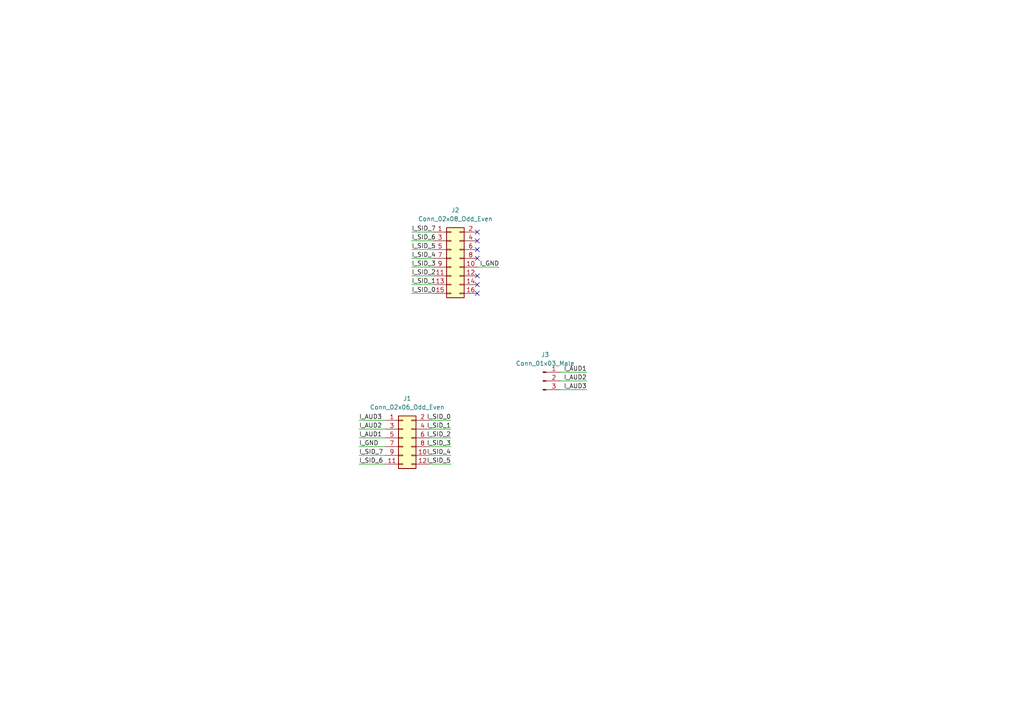
<source format=kicad_sch>
(kicad_sch (version 20211123) (generator eeschema)

  (uuid 2440ef30-991e-4d87-9075-bf5df3258c7c)

  (paper "A4")

  (lib_symbols
    (symbol "Connector:Conn_01x03_Male" (pin_names (offset 1.016) hide) (in_bom yes) (on_board yes)
      (property "Reference" "J" (id 0) (at 0 5.08 0)
        (effects (font (size 1.27 1.27)))
      )
      (property "Value" "Conn_01x03_Male" (id 1) (at 0 -5.08 0)
        (effects (font (size 1.27 1.27)))
      )
      (property "Footprint" "" (id 2) (at 0 0 0)
        (effects (font (size 1.27 1.27)) hide)
      )
      (property "Datasheet" "~" (id 3) (at 0 0 0)
        (effects (font (size 1.27 1.27)) hide)
      )
      (property "ki_keywords" "connector" (id 4) (at 0 0 0)
        (effects (font (size 1.27 1.27)) hide)
      )
      (property "ki_description" "Generic connector, single row, 01x03, script generated (kicad-library-utils/schlib/autogen/connector/)" (id 5) (at 0 0 0)
        (effects (font (size 1.27 1.27)) hide)
      )
      (property "ki_fp_filters" "Connector*:*_1x??_*" (id 6) (at 0 0 0)
        (effects (font (size 1.27 1.27)) hide)
      )
      (symbol "Conn_01x03_Male_1_1"
        (polyline
          (pts
            (xy 1.27 -2.54)
            (xy 0.8636 -2.54)
          )
          (stroke (width 0.1524) (type default) (color 0 0 0 0))
          (fill (type none))
        )
        (polyline
          (pts
            (xy 1.27 0)
            (xy 0.8636 0)
          )
          (stroke (width 0.1524) (type default) (color 0 0 0 0))
          (fill (type none))
        )
        (polyline
          (pts
            (xy 1.27 2.54)
            (xy 0.8636 2.54)
          )
          (stroke (width 0.1524) (type default) (color 0 0 0 0))
          (fill (type none))
        )
        (rectangle (start 0.8636 -2.413) (end 0 -2.667)
          (stroke (width 0.1524) (type default) (color 0 0 0 0))
          (fill (type outline))
        )
        (rectangle (start 0.8636 0.127) (end 0 -0.127)
          (stroke (width 0.1524) (type default) (color 0 0 0 0))
          (fill (type outline))
        )
        (rectangle (start 0.8636 2.667) (end 0 2.413)
          (stroke (width 0.1524) (type default) (color 0 0 0 0))
          (fill (type outline))
        )
        (pin passive line (at 5.08 2.54 180) (length 3.81)
          (name "Pin_1" (effects (font (size 1.27 1.27))))
          (number "1" (effects (font (size 1.27 1.27))))
        )
        (pin passive line (at 5.08 0 180) (length 3.81)
          (name "Pin_2" (effects (font (size 1.27 1.27))))
          (number "2" (effects (font (size 1.27 1.27))))
        )
        (pin passive line (at 5.08 -2.54 180) (length 3.81)
          (name "Pin_3" (effects (font (size 1.27 1.27))))
          (number "3" (effects (font (size 1.27 1.27))))
        )
      )
    )
    (symbol "Connector_Generic:Conn_02x06_Odd_Even" (pin_names (offset 1.016) hide) (in_bom yes) (on_board yes)
      (property "Reference" "J" (id 0) (at 1.27 7.62 0)
        (effects (font (size 1.27 1.27)))
      )
      (property "Value" "Conn_02x06_Odd_Even" (id 1) (at 1.27 -10.16 0)
        (effects (font (size 1.27 1.27)))
      )
      (property "Footprint" "" (id 2) (at 0 0 0)
        (effects (font (size 1.27 1.27)) hide)
      )
      (property "Datasheet" "~" (id 3) (at 0 0 0)
        (effects (font (size 1.27 1.27)) hide)
      )
      (property "ki_keywords" "connector" (id 4) (at 0 0 0)
        (effects (font (size 1.27 1.27)) hide)
      )
      (property "ki_description" "Generic connector, double row, 02x06, odd/even pin numbering scheme (row 1 odd numbers, row 2 even numbers), script generated (kicad-library-utils/schlib/autogen/connector/)" (id 5) (at 0 0 0)
        (effects (font (size 1.27 1.27)) hide)
      )
      (property "ki_fp_filters" "Connector*:*_2x??_*" (id 6) (at 0 0 0)
        (effects (font (size 1.27 1.27)) hide)
      )
      (symbol "Conn_02x06_Odd_Even_1_1"
        (rectangle (start -1.27 -7.493) (end 0 -7.747)
          (stroke (width 0.1524) (type default) (color 0 0 0 0))
          (fill (type none))
        )
        (rectangle (start -1.27 -4.953) (end 0 -5.207)
          (stroke (width 0.1524) (type default) (color 0 0 0 0))
          (fill (type none))
        )
        (rectangle (start -1.27 -2.413) (end 0 -2.667)
          (stroke (width 0.1524) (type default) (color 0 0 0 0))
          (fill (type none))
        )
        (rectangle (start -1.27 0.127) (end 0 -0.127)
          (stroke (width 0.1524) (type default) (color 0 0 0 0))
          (fill (type none))
        )
        (rectangle (start -1.27 2.667) (end 0 2.413)
          (stroke (width 0.1524) (type default) (color 0 0 0 0))
          (fill (type none))
        )
        (rectangle (start -1.27 5.207) (end 0 4.953)
          (stroke (width 0.1524) (type default) (color 0 0 0 0))
          (fill (type none))
        )
        (rectangle (start -1.27 6.35) (end 3.81 -8.89)
          (stroke (width 0.254) (type default) (color 0 0 0 0))
          (fill (type background))
        )
        (rectangle (start 3.81 -7.493) (end 2.54 -7.747)
          (stroke (width 0.1524) (type default) (color 0 0 0 0))
          (fill (type none))
        )
        (rectangle (start 3.81 -4.953) (end 2.54 -5.207)
          (stroke (width 0.1524) (type default) (color 0 0 0 0))
          (fill (type none))
        )
        (rectangle (start 3.81 -2.413) (end 2.54 -2.667)
          (stroke (width 0.1524) (type default) (color 0 0 0 0))
          (fill (type none))
        )
        (rectangle (start 3.81 0.127) (end 2.54 -0.127)
          (stroke (width 0.1524) (type default) (color 0 0 0 0))
          (fill (type none))
        )
        (rectangle (start 3.81 2.667) (end 2.54 2.413)
          (stroke (width 0.1524) (type default) (color 0 0 0 0))
          (fill (type none))
        )
        (rectangle (start 3.81 5.207) (end 2.54 4.953)
          (stroke (width 0.1524) (type default) (color 0 0 0 0))
          (fill (type none))
        )
        (pin passive line (at -5.08 5.08 0) (length 3.81)
          (name "Pin_1" (effects (font (size 1.27 1.27))))
          (number "1" (effects (font (size 1.27 1.27))))
        )
        (pin passive line (at 7.62 -5.08 180) (length 3.81)
          (name "Pin_10" (effects (font (size 1.27 1.27))))
          (number "10" (effects (font (size 1.27 1.27))))
        )
        (pin passive line (at -5.08 -7.62 0) (length 3.81)
          (name "Pin_11" (effects (font (size 1.27 1.27))))
          (number "11" (effects (font (size 1.27 1.27))))
        )
        (pin passive line (at 7.62 -7.62 180) (length 3.81)
          (name "Pin_12" (effects (font (size 1.27 1.27))))
          (number "12" (effects (font (size 1.27 1.27))))
        )
        (pin passive line (at 7.62 5.08 180) (length 3.81)
          (name "Pin_2" (effects (font (size 1.27 1.27))))
          (number "2" (effects (font (size 1.27 1.27))))
        )
        (pin passive line (at -5.08 2.54 0) (length 3.81)
          (name "Pin_3" (effects (font (size 1.27 1.27))))
          (number "3" (effects (font (size 1.27 1.27))))
        )
        (pin passive line (at 7.62 2.54 180) (length 3.81)
          (name "Pin_4" (effects (font (size 1.27 1.27))))
          (number "4" (effects (font (size 1.27 1.27))))
        )
        (pin passive line (at -5.08 0 0) (length 3.81)
          (name "Pin_5" (effects (font (size 1.27 1.27))))
          (number "5" (effects (font (size 1.27 1.27))))
        )
        (pin passive line (at 7.62 0 180) (length 3.81)
          (name "Pin_6" (effects (font (size 1.27 1.27))))
          (number "6" (effects (font (size 1.27 1.27))))
        )
        (pin passive line (at -5.08 -2.54 0) (length 3.81)
          (name "Pin_7" (effects (font (size 1.27 1.27))))
          (number "7" (effects (font (size 1.27 1.27))))
        )
        (pin passive line (at 7.62 -2.54 180) (length 3.81)
          (name "Pin_8" (effects (font (size 1.27 1.27))))
          (number "8" (effects (font (size 1.27 1.27))))
        )
        (pin passive line (at -5.08 -5.08 0) (length 3.81)
          (name "Pin_9" (effects (font (size 1.27 1.27))))
          (number "9" (effects (font (size 1.27 1.27))))
        )
      )
    )
    (symbol "Connector_Generic:Conn_02x08_Odd_Even" (pin_names (offset 1.016) hide) (in_bom yes) (on_board yes)
      (property "Reference" "J" (id 0) (at 1.27 10.16 0)
        (effects (font (size 1.27 1.27)))
      )
      (property "Value" "Conn_02x08_Odd_Even" (id 1) (at 1.27 -12.7 0)
        (effects (font (size 1.27 1.27)))
      )
      (property "Footprint" "" (id 2) (at 0 0 0)
        (effects (font (size 1.27 1.27)) hide)
      )
      (property "Datasheet" "~" (id 3) (at 0 0 0)
        (effects (font (size 1.27 1.27)) hide)
      )
      (property "ki_keywords" "connector" (id 4) (at 0 0 0)
        (effects (font (size 1.27 1.27)) hide)
      )
      (property "ki_description" "Generic connector, double row, 02x08, odd/even pin numbering scheme (row 1 odd numbers, row 2 even numbers), script generated (kicad-library-utils/schlib/autogen/connector/)" (id 5) (at 0 0 0)
        (effects (font (size 1.27 1.27)) hide)
      )
      (property "ki_fp_filters" "Connector*:*_2x??_*" (id 6) (at 0 0 0)
        (effects (font (size 1.27 1.27)) hide)
      )
      (symbol "Conn_02x08_Odd_Even_1_1"
        (rectangle (start -1.27 -10.033) (end 0 -10.287)
          (stroke (width 0.1524) (type default) (color 0 0 0 0))
          (fill (type none))
        )
        (rectangle (start -1.27 -7.493) (end 0 -7.747)
          (stroke (width 0.1524) (type default) (color 0 0 0 0))
          (fill (type none))
        )
        (rectangle (start -1.27 -4.953) (end 0 -5.207)
          (stroke (width 0.1524) (type default) (color 0 0 0 0))
          (fill (type none))
        )
        (rectangle (start -1.27 -2.413) (end 0 -2.667)
          (stroke (width 0.1524) (type default) (color 0 0 0 0))
          (fill (type none))
        )
        (rectangle (start -1.27 0.127) (end 0 -0.127)
          (stroke (width 0.1524) (type default) (color 0 0 0 0))
          (fill (type none))
        )
        (rectangle (start -1.27 2.667) (end 0 2.413)
          (stroke (width 0.1524) (type default) (color 0 0 0 0))
          (fill (type none))
        )
        (rectangle (start -1.27 5.207) (end 0 4.953)
          (stroke (width 0.1524) (type default) (color 0 0 0 0))
          (fill (type none))
        )
        (rectangle (start -1.27 7.747) (end 0 7.493)
          (stroke (width 0.1524) (type default) (color 0 0 0 0))
          (fill (type none))
        )
        (rectangle (start -1.27 8.89) (end 3.81 -11.43)
          (stroke (width 0.254) (type default) (color 0 0 0 0))
          (fill (type background))
        )
        (rectangle (start 3.81 -10.033) (end 2.54 -10.287)
          (stroke (width 0.1524) (type default) (color 0 0 0 0))
          (fill (type none))
        )
        (rectangle (start 3.81 -7.493) (end 2.54 -7.747)
          (stroke (width 0.1524) (type default) (color 0 0 0 0))
          (fill (type none))
        )
        (rectangle (start 3.81 -4.953) (end 2.54 -5.207)
          (stroke (width 0.1524) (type default) (color 0 0 0 0))
          (fill (type none))
        )
        (rectangle (start 3.81 -2.413) (end 2.54 -2.667)
          (stroke (width 0.1524) (type default) (color 0 0 0 0))
          (fill (type none))
        )
        (rectangle (start 3.81 0.127) (end 2.54 -0.127)
          (stroke (width 0.1524) (type default) (color 0 0 0 0))
          (fill (type none))
        )
        (rectangle (start 3.81 2.667) (end 2.54 2.413)
          (stroke (width 0.1524) (type default) (color 0 0 0 0))
          (fill (type none))
        )
        (rectangle (start 3.81 5.207) (end 2.54 4.953)
          (stroke (width 0.1524) (type default) (color 0 0 0 0))
          (fill (type none))
        )
        (rectangle (start 3.81 7.747) (end 2.54 7.493)
          (stroke (width 0.1524) (type default) (color 0 0 0 0))
          (fill (type none))
        )
        (pin passive line (at -5.08 7.62 0) (length 3.81)
          (name "Pin_1" (effects (font (size 1.27 1.27))))
          (number "1" (effects (font (size 1.27 1.27))))
        )
        (pin passive line (at 7.62 -2.54 180) (length 3.81)
          (name "Pin_10" (effects (font (size 1.27 1.27))))
          (number "10" (effects (font (size 1.27 1.27))))
        )
        (pin passive line (at -5.08 -5.08 0) (length 3.81)
          (name "Pin_11" (effects (font (size 1.27 1.27))))
          (number "11" (effects (font (size 1.27 1.27))))
        )
        (pin passive line (at 7.62 -5.08 180) (length 3.81)
          (name "Pin_12" (effects (font (size 1.27 1.27))))
          (number "12" (effects (font (size 1.27 1.27))))
        )
        (pin passive line (at -5.08 -7.62 0) (length 3.81)
          (name "Pin_13" (effects (font (size 1.27 1.27))))
          (number "13" (effects (font (size 1.27 1.27))))
        )
        (pin passive line (at 7.62 -7.62 180) (length 3.81)
          (name "Pin_14" (effects (font (size 1.27 1.27))))
          (number "14" (effects (font (size 1.27 1.27))))
        )
        (pin passive line (at -5.08 -10.16 0) (length 3.81)
          (name "Pin_15" (effects (font (size 1.27 1.27))))
          (number "15" (effects (font (size 1.27 1.27))))
        )
        (pin passive line (at 7.62 -10.16 180) (length 3.81)
          (name "Pin_16" (effects (font (size 1.27 1.27))))
          (number "16" (effects (font (size 1.27 1.27))))
        )
        (pin passive line (at 7.62 7.62 180) (length 3.81)
          (name "Pin_2" (effects (font (size 1.27 1.27))))
          (number "2" (effects (font (size 1.27 1.27))))
        )
        (pin passive line (at -5.08 5.08 0) (length 3.81)
          (name "Pin_3" (effects (font (size 1.27 1.27))))
          (number "3" (effects (font (size 1.27 1.27))))
        )
        (pin passive line (at 7.62 5.08 180) (length 3.81)
          (name "Pin_4" (effects (font (size 1.27 1.27))))
          (number "4" (effects (font (size 1.27 1.27))))
        )
        (pin passive line (at -5.08 2.54 0) (length 3.81)
          (name "Pin_5" (effects (font (size 1.27 1.27))))
          (number "5" (effects (font (size 1.27 1.27))))
        )
        (pin passive line (at 7.62 2.54 180) (length 3.81)
          (name "Pin_6" (effects (font (size 1.27 1.27))))
          (number "6" (effects (font (size 1.27 1.27))))
        )
        (pin passive line (at -5.08 0 0) (length 3.81)
          (name "Pin_7" (effects (font (size 1.27 1.27))))
          (number "7" (effects (font (size 1.27 1.27))))
        )
        (pin passive line (at 7.62 0 180) (length 3.81)
          (name "Pin_8" (effects (font (size 1.27 1.27))))
          (number "8" (effects (font (size 1.27 1.27))))
        )
        (pin passive line (at -5.08 -2.54 0) (length 3.81)
          (name "Pin_9" (effects (font (size 1.27 1.27))))
          (number "9" (effects (font (size 1.27 1.27))))
        )
      )
    )
  )


  (no_connect (at 138.43 67.31) (uuid 625351d9-14c7-4317-9e33-07f01e8bdd5f))
  (no_connect (at 138.43 72.39) (uuid 8171c5b0-f5ef-475e-96a7-776d21d91c27))
  (no_connect (at 138.43 74.93) (uuid 88d904dd-a6f4-4e22-b10e-c9ac3fdfa378))
  (no_connect (at 138.43 82.55) (uuid 907259df-a81e-4050-957c-e78e0e564b36))
  (no_connect (at 138.43 80.01) (uuid 9d642841-6045-4c36-9585-ff0557f9aa6d))
  (no_connect (at 138.43 69.85) (uuid eb68f159-bd2d-4dee-b4cb-c7c6a152f04a))
  (no_connect (at 138.43 85.09) (uuid fd8ef49c-1cb0-4e09-9697-8ce22ac0afb7))

  (wire (pts (xy 162.56 113.03) (xy 170.18 113.03))
    (stroke (width 0) (type default) (color 0 0 0 0))
    (uuid 05743d58-0467-411a-8896-0fb3e22a5e58)
  )
  (wire (pts (xy 124.46 121.92) (xy 130.81 121.92))
    (stroke (width 0) (type default) (color 0 0 0 0))
    (uuid 098b7e3c-e127-47e5-bb06-4ae61d2b0d5f)
  )
  (wire (pts (xy 119.38 72.39) (xy 125.73 72.39))
    (stroke (width 0) (type default) (color 0 0 0 0))
    (uuid 0b5978ff-7b36-4e59-9fdc-5d84b6ff0be0)
  )
  (wire (pts (xy 104.14 132.08) (xy 111.76 132.08))
    (stroke (width 0) (type default) (color 0 0 0 0))
    (uuid 32883bec-c6c7-4b3f-82e2-5b42793fb5c4)
  )
  (wire (pts (xy 124.46 129.54) (xy 130.81 129.54))
    (stroke (width 0) (type default) (color 0 0 0 0))
    (uuid 35cde6f5-badb-4e01-b4fe-0ccafd5eb816)
  )
  (wire (pts (xy 138.43 77.47) (xy 144.78 77.47))
    (stroke (width 0) (type default) (color 0 0 0 0))
    (uuid 370fb490-89aa-4e17-a30c-ef931a6bfaa1)
  )
  (wire (pts (xy 119.38 80.01) (xy 125.73 80.01))
    (stroke (width 0) (type default) (color 0 0 0 0))
    (uuid 3a51eb8e-6e4f-4328-b24e-6ced0bbb8cb1)
  )
  (wire (pts (xy 104.14 121.92) (xy 111.76 121.92))
    (stroke (width 0) (type default) (color 0 0 0 0))
    (uuid 3ca1cfd0-19ea-438b-92cf-8d22b161ab70)
  )
  (wire (pts (xy 162.56 107.95) (xy 170.18 107.95))
    (stroke (width 0) (type default) (color 0 0 0 0))
    (uuid 40db37bc-2091-489f-8941-a2865d3b51d3)
  )
  (wire (pts (xy 119.38 74.93) (xy 125.73 74.93))
    (stroke (width 0) (type default) (color 0 0 0 0))
    (uuid 54a7bd9b-f7c3-4e79-938d-54c25a4cf9fe)
  )
  (wire (pts (xy 119.38 77.47) (xy 125.73 77.47))
    (stroke (width 0) (type default) (color 0 0 0 0))
    (uuid 5e2befc9-75d7-4ae6-9371-5459ebed895e)
  )
  (wire (pts (xy 119.38 85.09) (xy 125.73 85.09))
    (stroke (width 0) (type default) (color 0 0 0 0))
    (uuid 6612d00c-0b1c-42a5-a2cf-0845895daca3)
  )
  (wire (pts (xy 124.46 134.62) (xy 130.81 134.62))
    (stroke (width 0) (type default) (color 0 0 0 0))
    (uuid 73fdfc22-f105-4a19-93d6-9106b9ecb6c4)
  )
  (wire (pts (xy 104.14 127) (xy 111.76 127))
    (stroke (width 0) (type default) (color 0 0 0 0))
    (uuid 7bcd68a6-be08-45a5-b18d-b949324a72b9)
  )
  (wire (pts (xy 124.46 124.46) (xy 130.81 124.46))
    (stroke (width 0) (type default) (color 0 0 0 0))
    (uuid 7ee1077d-8201-4036-a6db-c9c084120c70)
  )
  (wire (pts (xy 119.38 82.55) (xy 125.73 82.55))
    (stroke (width 0) (type default) (color 0 0 0 0))
    (uuid 87ddc8b5-7cd3-46a3-beea-7bf812456a15)
  )
  (wire (pts (xy 119.38 67.31) (xy 125.73 67.31))
    (stroke (width 0) (type default) (color 0 0 0 0))
    (uuid a19e43ad-1daf-472a-a996-4422537e7c84)
  )
  (wire (pts (xy 119.38 69.85) (xy 125.73 69.85))
    (stroke (width 0) (type default) (color 0 0 0 0))
    (uuid a6ab75c8-c434-4dd8-abb2-4879d4db68b7)
  )
  (wire (pts (xy 162.56 110.49) (xy 170.18 110.49))
    (stroke (width 0) (type default) (color 0 0 0 0))
    (uuid b071b9c7-91ec-4c17-910e-ee65d2fb5367)
  )
  (wire (pts (xy 124.46 127) (xy 130.81 127))
    (stroke (width 0) (type default) (color 0 0 0 0))
    (uuid b4034a27-e5f2-4c90-891d-5b1cef2fcd0f)
  )
  (wire (pts (xy 124.46 132.08) (xy 130.81 132.08))
    (stroke (width 0) (type default) (color 0 0 0 0))
    (uuid c0af66d8-a241-454f-83d4-3c8af1cc30b0)
  )
  (wire (pts (xy 104.14 134.62) (xy 111.76 134.62))
    (stroke (width 0) (type default) (color 0 0 0 0))
    (uuid d8dcb6aa-fa58-402a-9a1a-4144e0999691)
  )
  (wire (pts (xy 104.14 124.46) (xy 111.76 124.46))
    (stroke (width 0) (type default) (color 0 0 0 0))
    (uuid dde8db46-5d5a-4138-81c8-f6bb4129b822)
  )
  (wire (pts (xy 104.14 129.54) (xy 111.76 129.54))
    (stroke (width 0) (type default) (color 0 0 0 0))
    (uuid ed52010c-debb-4840-bd77-47788c8ed3ba)
  )

  (label "I_AUD2" (at 170.18 110.49 180)
    (effects (font (size 1.27 1.27)) (justify right bottom))
    (uuid 17f77826-44be-49dd-b032-bf1685a7f46a)
  )
  (label "I_AUD2" (at 104.14 124.46 0)
    (effects (font (size 1.27 1.27)) (justify left bottom))
    (uuid 2fd6c658-3e33-45a7-9e47-0692fd13ee3e)
  )
  (label "I_SID_3" (at 130.81 129.54 180)
    (effects (font (size 1.27 1.27)) (justify right bottom))
    (uuid 3f16b5e1-62a4-4347-89b6-1361c13a93ba)
  )
  (label "I_SID_3" (at 119.38 77.47 0)
    (effects (font (size 1.27 1.27)) (justify left bottom))
    (uuid 3f634a33-fb18-4d0b-8e58-24d2236911d9)
  )
  (label "I_AUD3" (at 104.14 121.92 0)
    (effects (font (size 1.27 1.27)) (justify left bottom))
    (uuid 558cfb96-3fcf-44ea-b242-4f141d3d3bd0)
  )
  (label "I_SID_7" (at 104.14 132.08 0)
    (effects (font (size 1.27 1.27)) (justify left bottom))
    (uuid 59884109-8112-4229-b8a6-33285f5391a1)
  )
  (label "I_SID_4" (at 130.81 132.08 180)
    (effects (font (size 1.27 1.27)) (justify right bottom))
    (uuid 83b0cb33-79fb-4f23-bad1-8a5e09ffc8df)
  )
  (label "I_SID_2" (at 130.81 127 180)
    (effects (font (size 1.27 1.27)) (justify right bottom))
    (uuid 8526f25b-4cd1-4fbb-adbd-98d8b27d3669)
  )
  (label "I_AUD3" (at 170.18 113.03 180)
    (effects (font (size 1.27 1.27)) (justify right bottom))
    (uuid 982f192c-3f5b-4175-a362-e7aa24841129)
  )
  (label "I_SID_1" (at 119.38 82.55 0)
    (effects (font (size 1.27 1.27)) (justify left bottom))
    (uuid a06bd63f-9248-4505-8a80-fcb47506c3ad)
  )
  (label "I_SID_4" (at 119.38 74.93 0)
    (effects (font (size 1.27 1.27)) (justify left bottom))
    (uuid a1dcdefb-c40d-43be-b1eb-efc75b73428c)
  )
  (label "I_SID_6" (at 104.14 134.62 0)
    (effects (font (size 1.27 1.27)) (justify left bottom))
    (uuid a6a3f764-5c1f-4f98-af13-b67ad3746360)
  )
  (label "I_SID_5" (at 130.81 134.62 180)
    (effects (font (size 1.27 1.27)) (justify right bottom))
    (uuid aa335fd4-996d-4f6e-a011-f1a192b76add)
  )
  (label "I_SID_1" (at 130.81 124.46 180)
    (effects (font (size 1.27 1.27)) (justify right bottom))
    (uuid b4697ff3-a498-4275-8c71-88539b8e0e02)
  )
  (label "I_SID_6" (at 119.38 69.85 0)
    (effects (font (size 1.27 1.27)) (justify left bottom))
    (uuid ca89ebac-9905-444e-83d8-13e73a7f2f1e)
  )
  (label "I_SID_0" (at 119.38 85.09 0)
    (effects (font (size 1.27 1.27)) (justify left bottom))
    (uuid cb4a6270-2353-4576-baf5-c17c796980fc)
  )
  (label "I_GND" (at 104.14 129.54 0)
    (effects (font (size 1.27 1.27)) (justify left bottom))
    (uuid cfdd4011-13ee-4d38-aeb0-a225617e1922)
  )
  (label "I_GND" (at 144.78 77.47 180)
    (effects (font (size 1.27 1.27)) (justify right bottom))
    (uuid d2822af4-50e1-4b67-8ce3-8344e417e7c7)
  )
  (label "I_AUD1" (at 170.18 107.95 180)
    (effects (font (size 1.27 1.27)) (justify right bottom))
    (uuid d8587191-e554-477a-b60b-730e878a4b80)
  )
  (label "I_SID_5" (at 119.38 72.39 0)
    (effects (font (size 1.27 1.27)) (justify left bottom))
    (uuid d94b76cb-08de-4c71-b9a3-bdca619d86f0)
  )
  (label "I_SID_7" (at 119.38 67.31 0)
    (effects (font (size 1.27 1.27)) (justify left bottom))
    (uuid e617db94-e166-4e97-a72e-8c499e2dc1fe)
  )
  (label "I_SID_2" (at 119.38 80.01 0)
    (effects (font (size 1.27 1.27)) (justify left bottom))
    (uuid e852b11b-2816-41b5-9a0f-f62af700ba54)
  )
  (label "I_AUD1" (at 104.14 127 0)
    (effects (font (size 1.27 1.27)) (justify left bottom))
    (uuid f1e76aa9-ed44-4a7d-aae2-8c14c38d7932)
  )
  (label "I_SID_0" (at 130.81 121.92 180)
    (effects (font (size 1.27 1.27)) (justify right bottom))
    (uuid fc31599b-50b6-4572-a561-05dc610abc4a)
  )

  (symbol (lib_id "Connector_Generic:Conn_02x06_Odd_Even") (at 116.84 127 0) (unit 1)
    (in_bom yes) (on_board yes) (fields_autoplaced)
    (uuid 586dc93e-5bd2-4769-809e-60879a719e0c)
    (property "Reference" "J1" (id 0) (at 118.11 115.57 0))
    (property "Value" "Conn_02x06_Odd_Even" (id 1) (at 118.11 118.11 0))
    (property "Footprint" "Connector_IDC:IDC-Header_2x06_P2.54mm_Vertical_SMD" (id 2) (at 116.84 127 0)
      (effects (font (size 1.27 1.27)) hide)
    )
    (property "Datasheet" "~" (id 3) (at 116.84 127 0)
      (effects (font (size 1.27 1.27)) hide)
    )
    (pin "1" (uuid 44718452-5588-4222-8f93-cfc7b272ad59))
    (pin "10" (uuid 358fea3b-6cd3-4fac-98b1-fdaab229f701))
    (pin "11" (uuid 518a8ac6-7f4a-40b7-9c94-785466434c11))
    (pin "12" (uuid 92d3fa43-8f38-4fc1-970f-56619a34b779))
    (pin "2" (uuid a570230f-2024-4d18-b8de-08eede355af9))
    (pin "3" (uuid af9deacb-6935-4b19-a7d8-ecf029c9e897))
    (pin "4" (uuid 34b3473b-daea-4684-b343-e40407d2ca9c))
    (pin "5" (uuid 2b01fea4-7138-4b78-87f1-da685f88d730))
    (pin "6" (uuid 0ab8b436-7d76-4dd6-ac0b-820b7d294a19))
    (pin "7" (uuid 07d7815a-9b65-4fae-b0e0-c3b4a572dcec))
    (pin "8" (uuid d6425733-b3d0-464f-819e-1819d275a73c))
    (pin "9" (uuid 23d65c80-01f4-423c-aae0-bac22460162f))
  )

  (symbol (lib_id "Connector:Conn_01x03_Male") (at 157.48 110.49 0) (unit 1)
    (in_bom yes) (on_board yes) (fields_autoplaced)
    (uuid 6de08b45-c2eb-425e-969a-a2ca0ee9d278)
    (property "Reference" "J3" (id 0) (at 158.115 102.87 0))
    (property "Value" "Conn_01x03_Male" (id 1) (at 158.115 105.41 0))
    (property "Footprint" "Connector_PinHeader_2.54mm:PinHeader_1x03_P2.54mm_Horizontal" (id 2) (at 157.48 110.49 0)
      (effects (font (size 1.27 1.27)) hide)
    )
    (property "Datasheet" "~" (id 3) (at 157.48 110.49 0)
      (effects (font (size 1.27 1.27)) hide)
    )
    (pin "1" (uuid b36c80ab-17c7-4b17-b0b9-ecf39fb22112))
    (pin "2" (uuid ed0bab37-feb8-451e-a957-78ed3f729d89))
    (pin "3" (uuid f5732dd3-fe87-436f-8651-45e9dea5f9e8))
  )

  (symbol (lib_id "Connector_Generic:Conn_02x08_Odd_Even") (at 130.81 74.93 0) (unit 1)
    (in_bom yes) (on_board yes) (fields_autoplaced)
    (uuid f5a51d67-d4d8-4a20-9f32-4740415aeda5)
    (property "Reference" "J2" (id 0) (at 132.08 60.96 0))
    (property "Value" "Conn_02x08_Odd_Even" (id 1) (at 132.08 63.5 0))
    (property "Footprint" "Connector_PinSocket_2.54mm:PinSocket_2x08_P2.54mm_Vertical_SMD" (id 2) (at 130.81 74.93 0)
      (effects (font (size 1.27 1.27)) hide)
    )
    (property "Datasheet" "~" (id 3) (at 130.81 74.93 0)
      (effects (font (size 1.27 1.27)) hide)
    )
    (pin "1" (uuid ef3a6e66-54c7-4ffd-9a09-5fd41055d146))
    (pin "10" (uuid 4d438cc7-bd38-4d1d-9ca6-99425947581f))
    (pin "11" (uuid 5b12e823-a26f-4447-88e7-8376b3148d94))
    (pin "12" (uuid dae5f47c-c120-486e-8792-f136ed5b7c40))
    (pin "13" (uuid 769574aa-5406-4a0a-954d-984b9fc6ddbf))
    (pin "14" (uuid 5dcff7c6-77c9-4c2a-a41b-71362907071a))
    (pin "15" (uuid c844bba8-d8d3-496e-9f1b-42c699dd0547))
    (pin "16" (uuid 0bdd77eb-fdc6-4162-8fba-9b44432f3205))
    (pin "2" (uuid 0f972f0e-71d6-41ba-8776-b20567c1c2b8))
    (pin "3" (uuid 6184a217-e94e-4615-852f-2e489098e0ba))
    (pin "4" (uuid d8db7e5f-b5ad-4668-b2c3-53e7d2318169))
    (pin "5" (uuid ec5e542f-0d4e-444d-8326-0b48d964b4e1))
    (pin "6" (uuid 27a19aef-2107-4f60-8e21-f7ae960a0b09))
    (pin "7" (uuid 29f1b57f-2760-4953-9b59-45b46959fbc1))
    (pin "8" (uuid 63b757ba-571e-4d76-8b63-edb8f380ffcf))
    (pin "9" (uuid dfa2e59e-a69c-41ea-a4d5-8482f8a52333))
  )

  (sheet_instances
    (path "/" (page "1"))
  )

  (symbol_instances
    (path "/586dc93e-5bd2-4769-809e-60879a719e0c"
      (reference "J1") (unit 1) (value "Conn_02x06_Odd_Even") (footprint "Connector_IDC:IDC-Header_2x06_P2.54mm_Vertical_SMD")
    )
    (path "/f5a51d67-d4d8-4a20-9f32-4740415aeda5"
      (reference "J2") (unit 1) (value "Conn_02x08_Odd_Even") (footprint "Connector_PinSocket_2.54mm:PinSocket_2x08_P2.54mm_Vertical_SMD")
    )
    (path "/6de08b45-c2eb-425e-969a-a2ca0ee9d278"
      (reference "J3") (unit 1) (value "Conn_01x03_Male") (footprint "Connector_PinHeader_2.54mm:PinHeader_1x03_P2.54mm_Horizontal")
    )
  )
)

</source>
